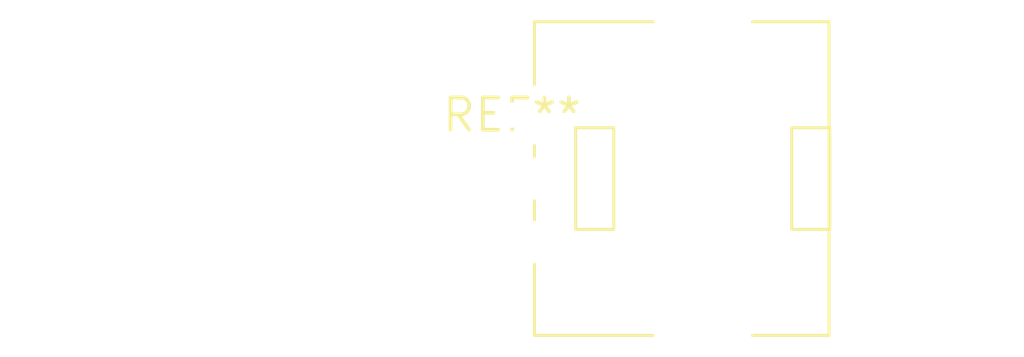
<source format=kicad_pcb>
(kicad_pcb (version 20240108) (generator pcbnew)
  (layers (0 "F.Cu" signal) (31 "B.Cu" signal) (34 "B.Paste" user) (35 "F.Paste" user) (36 "B.SilkS" user "B.Silkscreen") (37 "F.SilkS" user "F.Silkscreen") (38 "B.Mask" user) (39 "F.Mask" user) (44 "Edge.Cuts" user))
  (net 0 "")
  (footprint "Potentiometer_Alps_RK09L_Single_Vertical" (layer "F.Cu") (at 0 0)
    (property "Reference" "REF**")
    (property "Value" "Potentiometer_Alps_RK09L_Single_Vertical")
    (fp_line (start 0.88 -3.67) (end 0.88 -1.2) (layer "F.SilkS") (stroke (width 0.12)))
    (fp_line (start 0.88 -3.67) (end 5.546 -3.67) (layer "F.SilkS") (stroke (width 0.12)))
    (fp_line (start 0.88 1.2) (end 0.88 1.63) (layer "F.SilkS") (stroke (width 0.12)))
    (fp_line (start 0.88 3.371) (end 0.88 4.13) (layer "F.SilkS") (stroke (width 0.12)))
    (fp_line (start 0.88 5.87) (end 0.88 8.67) (layer "F.SilkS") (stroke (width 0.12)))
    (fp_line (start 0.88 8.67) (end 5.546 8.67) (layer "F.SilkS") (stroke (width 0.12)))
    (fp_line (start 9.455 -3.67) (end 12.47 -3.67) (layer "F.SilkS") (stroke (width 0.12)))
    (fp_line (start 9.455 8.67) (end 12.47 8.67) (layer "F.SilkS") (stroke (width 0.12)))
    (fp_line (start 12.47 -3.67) (end 12.47 8.67) (layer "F.SilkS") (stroke (width 0.12)))
    (fp_rect (start 2.5 0.5) (end 4 4.5) (layer "F.SilkS") (stroke (width 0.12)) (fill none))
    (fp_rect (start 11 0.5) (end 12.5 4.5) (layer "F.SilkS") (stroke (width 0.12)) (fill none))
    (pad "1" thru_hole rect (at 0 0) (size 1.8 1.8) (drill 1) (layers *.Cu *.Mask) (remove_unused_layers))
    (pad "2" thru_hole circle (at 0 2.5) (size 1.8 1.8) (drill 1) (layers *.Cu *.Mask) (remove_unused_layers))
    (pad "3" thru_hole circle (at 0 5) (size 1.8 1.8) (drill 1) (layers *.Cu *.Mask) (remove_unused_layers))
    (pad "MP" thru_hole roundrect (at 7.5 -2.25) (size 2 3) (drill oval 1.1 1.8) (layers *.Cu *.Mask) (remove_unused_layers))
    (pad "MP" thru_hole roundrect (at 7.5 7.25) (size 2 3) (drill oval 1.1 1.8) (layers *.Cu *.Mask) (remove_unused_layers))
  )
)
</source>
